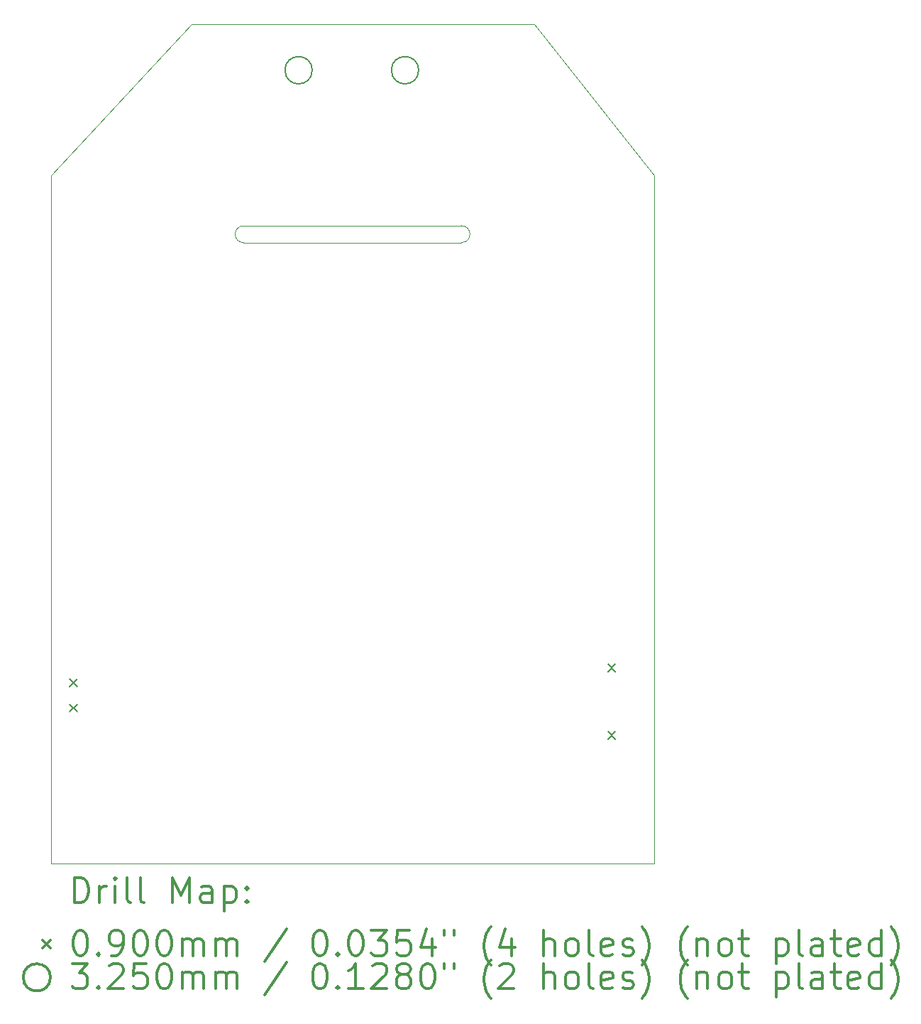
<source format=gbr>
%FSLAX45Y45*%
G04 Gerber Fmt 4.5, Leading zero omitted, Abs format (unit mm)*
G04 Created by KiCad (PCBNEW 5.1.10) date 2021-11-19 17:21:24*
%MOMM*%
%LPD*%
G01*
G04 APERTURE LIST*
%TA.AperFunction,Profile*%
%ADD10C,0.100000*%
%TD*%
%ADD11C,0.200000*%
%ADD12C,0.300000*%
G04 APERTURE END LIST*
D10*
X13300000Y-7600000D02*
G75*
G02*
X13300000Y-7400000I0J100000D01*
G01*
X15900000Y-7400000D02*
G75*
G02*
X15900000Y-7600000I0J-100000D01*
G01*
X13300000Y-7400000D02*
X15900000Y-7400000D01*
X15900000Y-7600000D02*
X13300000Y-7600000D01*
X12680000Y-5000000D02*
X11000000Y-6800000D01*
X16770000Y-5000000D02*
X18200000Y-6800000D01*
X11000000Y-15000000D02*
X18200000Y-15000000D01*
X12680000Y-5000000D02*
X16770000Y-5000000D01*
X11000000Y-15000000D02*
X11000000Y-6800000D01*
X18200000Y-6800000D02*
X18200000Y-15000000D01*
D11*
X11222000Y-12805000D02*
X11312000Y-12895000D01*
X11312000Y-12805000D02*
X11222000Y-12895000D01*
X11222000Y-13105000D02*
X11312000Y-13195000D01*
X11312000Y-13105000D02*
X11222000Y-13195000D01*
X17645000Y-12627500D02*
X17735000Y-12717500D01*
X17735000Y-12627500D02*
X17645000Y-12717500D01*
X17645000Y-13427500D02*
X17735000Y-13517500D01*
X17735000Y-13427500D02*
X17645000Y-13517500D01*
X14118500Y-5545000D02*
G75*
G03*
X14118500Y-5545000I-162500J0D01*
G01*
X15388500Y-5545000D02*
G75*
G03*
X15388500Y-5545000I-162500J0D01*
G01*
D12*
X11281428Y-15470714D02*
X11281428Y-15170714D01*
X11352857Y-15170714D01*
X11395714Y-15185000D01*
X11424286Y-15213571D01*
X11438571Y-15242143D01*
X11452857Y-15299286D01*
X11452857Y-15342143D01*
X11438571Y-15399286D01*
X11424286Y-15427857D01*
X11395714Y-15456429D01*
X11352857Y-15470714D01*
X11281428Y-15470714D01*
X11581428Y-15470714D02*
X11581428Y-15270714D01*
X11581428Y-15327857D02*
X11595714Y-15299286D01*
X11610000Y-15285000D01*
X11638571Y-15270714D01*
X11667143Y-15270714D01*
X11767143Y-15470714D02*
X11767143Y-15270714D01*
X11767143Y-15170714D02*
X11752857Y-15185000D01*
X11767143Y-15199286D01*
X11781428Y-15185000D01*
X11767143Y-15170714D01*
X11767143Y-15199286D01*
X11952857Y-15470714D02*
X11924286Y-15456429D01*
X11910000Y-15427857D01*
X11910000Y-15170714D01*
X12110000Y-15470714D02*
X12081428Y-15456429D01*
X12067143Y-15427857D01*
X12067143Y-15170714D01*
X12452857Y-15470714D02*
X12452857Y-15170714D01*
X12552857Y-15385000D01*
X12652857Y-15170714D01*
X12652857Y-15470714D01*
X12924286Y-15470714D02*
X12924286Y-15313571D01*
X12910000Y-15285000D01*
X12881428Y-15270714D01*
X12824286Y-15270714D01*
X12795714Y-15285000D01*
X12924286Y-15456429D02*
X12895714Y-15470714D01*
X12824286Y-15470714D01*
X12795714Y-15456429D01*
X12781428Y-15427857D01*
X12781428Y-15399286D01*
X12795714Y-15370714D01*
X12824286Y-15356429D01*
X12895714Y-15356429D01*
X12924286Y-15342143D01*
X13067143Y-15270714D02*
X13067143Y-15570714D01*
X13067143Y-15285000D02*
X13095714Y-15270714D01*
X13152857Y-15270714D01*
X13181428Y-15285000D01*
X13195714Y-15299286D01*
X13210000Y-15327857D01*
X13210000Y-15413571D01*
X13195714Y-15442143D01*
X13181428Y-15456429D01*
X13152857Y-15470714D01*
X13095714Y-15470714D01*
X13067143Y-15456429D01*
X13338571Y-15442143D02*
X13352857Y-15456429D01*
X13338571Y-15470714D01*
X13324286Y-15456429D01*
X13338571Y-15442143D01*
X13338571Y-15470714D01*
X13338571Y-15285000D02*
X13352857Y-15299286D01*
X13338571Y-15313571D01*
X13324286Y-15299286D01*
X13338571Y-15285000D01*
X13338571Y-15313571D01*
X10905000Y-15920000D02*
X10995000Y-16010000D01*
X10995000Y-15920000D02*
X10905000Y-16010000D01*
X11338571Y-15800714D02*
X11367143Y-15800714D01*
X11395714Y-15815000D01*
X11410000Y-15829286D01*
X11424286Y-15857857D01*
X11438571Y-15915000D01*
X11438571Y-15986429D01*
X11424286Y-16043571D01*
X11410000Y-16072143D01*
X11395714Y-16086429D01*
X11367143Y-16100714D01*
X11338571Y-16100714D01*
X11310000Y-16086429D01*
X11295714Y-16072143D01*
X11281428Y-16043571D01*
X11267143Y-15986429D01*
X11267143Y-15915000D01*
X11281428Y-15857857D01*
X11295714Y-15829286D01*
X11310000Y-15815000D01*
X11338571Y-15800714D01*
X11567143Y-16072143D02*
X11581428Y-16086429D01*
X11567143Y-16100714D01*
X11552857Y-16086429D01*
X11567143Y-16072143D01*
X11567143Y-16100714D01*
X11724286Y-16100714D02*
X11781428Y-16100714D01*
X11810000Y-16086429D01*
X11824286Y-16072143D01*
X11852857Y-16029286D01*
X11867143Y-15972143D01*
X11867143Y-15857857D01*
X11852857Y-15829286D01*
X11838571Y-15815000D01*
X11810000Y-15800714D01*
X11752857Y-15800714D01*
X11724286Y-15815000D01*
X11710000Y-15829286D01*
X11695714Y-15857857D01*
X11695714Y-15929286D01*
X11710000Y-15957857D01*
X11724286Y-15972143D01*
X11752857Y-15986429D01*
X11810000Y-15986429D01*
X11838571Y-15972143D01*
X11852857Y-15957857D01*
X11867143Y-15929286D01*
X12052857Y-15800714D02*
X12081428Y-15800714D01*
X12110000Y-15815000D01*
X12124286Y-15829286D01*
X12138571Y-15857857D01*
X12152857Y-15915000D01*
X12152857Y-15986429D01*
X12138571Y-16043571D01*
X12124286Y-16072143D01*
X12110000Y-16086429D01*
X12081428Y-16100714D01*
X12052857Y-16100714D01*
X12024286Y-16086429D01*
X12010000Y-16072143D01*
X11995714Y-16043571D01*
X11981428Y-15986429D01*
X11981428Y-15915000D01*
X11995714Y-15857857D01*
X12010000Y-15829286D01*
X12024286Y-15815000D01*
X12052857Y-15800714D01*
X12338571Y-15800714D02*
X12367143Y-15800714D01*
X12395714Y-15815000D01*
X12410000Y-15829286D01*
X12424286Y-15857857D01*
X12438571Y-15915000D01*
X12438571Y-15986429D01*
X12424286Y-16043571D01*
X12410000Y-16072143D01*
X12395714Y-16086429D01*
X12367143Y-16100714D01*
X12338571Y-16100714D01*
X12310000Y-16086429D01*
X12295714Y-16072143D01*
X12281428Y-16043571D01*
X12267143Y-15986429D01*
X12267143Y-15915000D01*
X12281428Y-15857857D01*
X12295714Y-15829286D01*
X12310000Y-15815000D01*
X12338571Y-15800714D01*
X12567143Y-16100714D02*
X12567143Y-15900714D01*
X12567143Y-15929286D02*
X12581428Y-15915000D01*
X12610000Y-15900714D01*
X12652857Y-15900714D01*
X12681428Y-15915000D01*
X12695714Y-15943571D01*
X12695714Y-16100714D01*
X12695714Y-15943571D02*
X12710000Y-15915000D01*
X12738571Y-15900714D01*
X12781428Y-15900714D01*
X12810000Y-15915000D01*
X12824286Y-15943571D01*
X12824286Y-16100714D01*
X12967143Y-16100714D02*
X12967143Y-15900714D01*
X12967143Y-15929286D02*
X12981428Y-15915000D01*
X13010000Y-15900714D01*
X13052857Y-15900714D01*
X13081428Y-15915000D01*
X13095714Y-15943571D01*
X13095714Y-16100714D01*
X13095714Y-15943571D02*
X13110000Y-15915000D01*
X13138571Y-15900714D01*
X13181428Y-15900714D01*
X13210000Y-15915000D01*
X13224286Y-15943571D01*
X13224286Y-16100714D01*
X13810000Y-15786429D02*
X13552857Y-16172143D01*
X14195714Y-15800714D02*
X14224286Y-15800714D01*
X14252857Y-15815000D01*
X14267143Y-15829286D01*
X14281428Y-15857857D01*
X14295714Y-15915000D01*
X14295714Y-15986429D01*
X14281428Y-16043571D01*
X14267143Y-16072143D01*
X14252857Y-16086429D01*
X14224286Y-16100714D01*
X14195714Y-16100714D01*
X14167143Y-16086429D01*
X14152857Y-16072143D01*
X14138571Y-16043571D01*
X14124286Y-15986429D01*
X14124286Y-15915000D01*
X14138571Y-15857857D01*
X14152857Y-15829286D01*
X14167143Y-15815000D01*
X14195714Y-15800714D01*
X14424286Y-16072143D02*
X14438571Y-16086429D01*
X14424286Y-16100714D01*
X14410000Y-16086429D01*
X14424286Y-16072143D01*
X14424286Y-16100714D01*
X14624286Y-15800714D02*
X14652857Y-15800714D01*
X14681428Y-15815000D01*
X14695714Y-15829286D01*
X14710000Y-15857857D01*
X14724286Y-15915000D01*
X14724286Y-15986429D01*
X14710000Y-16043571D01*
X14695714Y-16072143D01*
X14681428Y-16086429D01*
X14652857Y-16100714D01*
X14624286Y-16100714D01*
X14595714Y-16086429D01*
X14581428Y-16072143D01*
X14567143Y-16043571D01*
X14552857Y-15986429D01*
X14552857Y-15915000D01*
X14567143Y-15857857D01*
X14581428Y-15829286D01*
X14595714Y-15815000D01*
X14624286Y-15800714D01*
X14824286Y-15800714D02*
X15010000Y-15800714D01*
X14910000Y-15915000D01*
X14952857Y-15915000D01*
X14981428Y-15929286D01*
X14995714Y-15943571D01*
X15010000Y-15972143D01*
X15010000Y-16043571D01*
X14995714Y-16072143D01*
X14981428Y-16086429D01*
X14952857Y-16100714D01*
X14867143Y-16100714D01*
X14838571Y-16086429D01*
X14824286Y-16072143D01*
X15281428Y-15800714D02*
X15138571Y-15800714D01*
X15124286Y-15943571D01*
X15138571Y-15929286D01*
X15167143Y-15915000D01*
X15238571Y-15915000D01*
X15267143Y-15929286D01*
X15281428Y-15943571D01*
X15295714Y-15972143D01*
X15295714Y-16043571D01*
X15281428Y-16072143D01*
X15267143Y-16086429D01*
X15238571Y-16100714D01*
X15167143Y-16100714D01*
X15138571Y-16086429D01*
X15124286Y-16072143D01*
X15552857Y-15900714D02*
X15552857Y-16100714D01*
X15481428Y-15786429D02*
X15410000Y-16000714D01*
X15595714Y-16000714D01*
X15695714Y-15800714D02*
X15695714Y-15857857D01*
X15810000Y-15800714D02*
X15810000Y-15857857D01*
X16252857Y-16215000D02*
X16238571Y-16200714D01*
X16210000Y-16157857D01*
X16195714Y-16129286D01*
X16181428Y-16086429D01*
X16167143Y-16015000D01*
X16167143Y-15957857D01*
X16181428Y-15886429D01*
X16195714Y-15843571D01*
X16210000Y-15815000D01*
X16238571Y-15772143D01*
X16252857Y-15757857D01*
X16495714Y-15900714D02*
X16495714Y-16100714D01*
X16424286Y-15786429D02*
X16352857Y-16000714D01*
X16538571Y-16000714D01*
X16881428Y-16100714D02*
X16881428Y-15800714D01*
X17010000Y-16100714D02*
X17010000Y-15943571D01*
X16995714Y-15915000D01*
X16967143Y-15900714D01*
X16924286Y-15900714D01*
X16895714Y-15915000D01*
X16881428Y-15929286D01*
X17195714Y-16100714D02*
X17167143Y-16086429D01*
X17152857Y-16072143D01*
X17138571Y-16043571D01*
X17138571Y-15957857D01*
X17152857Y-15929286D01*
X17167143Y-15915000D01*
X17195714Y-15900714D01*
X17238571Y-15900714D01*
X17267143Y-15915000D01*
X17281428Y-15929286D01*
X17295714Y-15957857D01*
X17295714Y-16043571D01*
X17281428Y-16072143D01*
X17267143Y-16086429D01*
X17238571Y-16100714D01*
X17195714Y-16100714D01*
X17467143Y-16100714D02*
X17438571Y-16086429D01*
X17424286Y-16057857D01*
X17424286Y-15800714D01*
X17695714Y-16086429D02*
X17667143Y-16100714D01*
X17610000Y-16100714D01*
X17581428Y-16086429D01*
X17567143Y-16057857D01*
X17567143Y-15943571D01*
X17581428Y-15915000D01*
X17610000Y-15900714D01*
X17667143Y-15900714D01*
X17695714Y-15915000D01*
X17710000Y-15943571D01*
X17710000Y-15972143D01*
X17567143Y-16000714D01*
X17824286Y-16086429D02*
X17852857Y-16100714D01*
X17910000Y-16100714D01*
X17938571Y-16086429D01*
X17952857Y-16057857D01*
X17952857Y-16043571D01*
X17938571Y-16015000D01*
X17910000Y-16000714D01*
X17867143Y-16000714D01*
X17838571Y-15986429D01*
X17824286Y-15957857D01*
X17824286Y-15943571D01*
X17838571Y-15915000D01*
X17867143Y-15900714D01*
X17910000Y-15900714D01*
X17938571Y-15915000D01*
X18052857Y-16215000D02*
X18067143Y-16200714D01*
X18095714Y-16157857D01*
X18110000Y-16129286D01*
X18124286Y-16086429D01*
X18138571Y-16015000D01*
X18138571Y-15957857D01*
X18124286Y-15886429D01*
X18110000Y-15843571D01*
X18095714Y-15815000D01*
X18067143Y-15772143D01*
X18052857Y-15757857D01*
X18595714Y-16215000D02*
X18581428Y-16200714D01*
X18552857Y-16157857D01*
X18538571Y-16129286D01*
X18524286Y-16086429D01*
X18510000Y-16015000D01*
X18510000Y-15957857D01*
X18524286Y-15886429D01*
X18538571Y-15843571D01*
X18552857Y-15815000D01*
X18581428Y-15772143D01*
X18595714Y-15757857D01*
X18710000Y-15900714D02*
X18710000Y-16100714D01*
X18710000Y-15929286D02*
X18724286Y-15915000D01*
X18752857Y-15900714D01*
X18795714Y-15900714D01*
X18824286Y-15915000D01*
X18838571Y-15943571D01*
X18838571Y-16100714D01*
X19024286Y-16100714D02*
X18995714Y-16086429D01*
X18981428Y-16072143D01*
X18967143Y-16043571D01*
X18967143Y-15957857D01*
X18981428Y-15929286D01*
X18995714Y-15915000D01*
X19024286Y-15900714D01*
X19067143Y-15900714D01*
X19095714Y-15915000D01*
X19110000Y-15929286D01*
X19124286Y-15957857D01*
X19124286Y-16043571D01*
X19110000Y-16072143D01*
X19095714Y-16086429D01*
X19067143Y-16100714D01*
X19024286Y-16100714D01*
X19210000Y-15900714D02*
X19324286Y-15900714D01*
X19252857Y-15800714D02*
X19252857Y-16057857D01*
X19267143Y-16086429D01*
X19295714Y-16100714D01*
X19324286Y-16100714D01*
X19652857Y-15900714D02*
X19652857Y-16200714D01*
X19652857Y-15915000D02*
X19681428Y-15900714D01*
X19738571Y-15900714D01*
X19767143Y-15915000D01*
X19781428Y-15929286D01*
X19795714Y-15957857D01*
X19795714Y-16043571D01*
X19781428Y-16072143D01*
X19767143Y-16086429D01*
X19738571Y-16100714D01*
X19681428Y-16100714D01*
X19652857Y-16086429D01*
X19967143Y-16100714D02*
X19938571Y-16086429D01*
X19924286Y-16057857D01*
X19924286Y-15800714D01*
X20210000Y-16100714D02*
X20210000Y-15943571D01*
X20195714Y-15915000D01*
X20167143Y-15900714D01*
X20110000Y-15900714D01*
X20081428Y-15915000D01*
X20210000Y-16086429D02*
X20181428Y-16100714D01*
X20110000Y-16100714D01*
X20081428Y-16086429D01*
X20067143Y-16057857D01*
X20067143Y-16029286D01*
X20081428Y-16000714D01*
X20110000Y-15986429D01*
X20181428Y-15986429D01*
X20210000Y-15972143D01*
X20310000Y-15900714D02*
X20424286Y-15900714D01*
X20352857Y-15800714D02*
X20352857Y-16057857D01*
X20367143Y-16086429D01*
X20395714Y-16100714D01*
X20424286Y-16100714D01*
X20638571Y-16086429D02*
X20610000Y-16100714D01*
X20552857Y-16100714D01*
X20524286Y-16086429D01*
X20510000Y-16057857D01*
X20510000Y-15943571D01*
X20524286Y-15915000D01*
X20552857Y-15900714D01*
X20610000Y-15900714D01*
X20638571Y-15915000D01*
X20652857Y-15943571D01*
X20652857Y-15972143D01*
X20510000Y-16000714D01*
X20910000Y-16100714D02*
X20910000Y-15800714D01*
X20910000Y-16086429D02*
X20881428Y-16100714D01*
X20824286Y-16100714D01*
X20795714Y-16086429D01*
X20781428Y-16072143D01*
X20767143Y-16043571D01*
X20767143Y-15957857D01*
X20781428Y-15929286D01*
X20795714Y-15915000D01*
X20824286Y-15900714D01*
X20881428Y-15900714D01*
X20910000Y-15915000D01*
X21024286Y-16215000D02*
X21038571Y-16200714D01*
X21067143Y-16157857D01*
X21081428Y-16129286D01*
X21095714Y-16086429D01*
X21110000Y-16015000D01*
X21110000Y-15957857D01*
X21095714Y-15886429D01*
X21081428Y-15843571D01*
X21067143Y-15815000D01*
X21038571Y-15772143D01*
X21024286Y-15757857D01*
X10995000Y-16361000D02*
G75*
G03*
X10995000Y-16361000I-162500J0D01*
G01*
X11252857Y-16196714D02*
X11438571Y-16196714D01*
X11338571Y-16311000D01*
X11381428Y-16311000D01*
X11410000Y-16325286D01*
X11424286Y-16339571D01*
X11438571Y-16368143D01*
X11438571Y-16439571D01*
X11424286Y-16468143D01*
X11410000Y-16482429D01*
X11381428Y-16496714D01*
X11295714Y-16496714D01*
X11267143Y-16482429D01*
X11252857Y-16468143D01*
X11567143Y-16468143D02*
X11581428Y-16482429D01*
X11567143Y-16496714D01*
X11552857Y-16482429D01*
X11567143Y-16468143D01*
X11567143Y-16496714D01*
X11695714Y-16225286D02*
X11710000Y-16211000D01*
X11738571Y-16196714D01*
X11810000Y-16196714D01*
X11838571Y-16211000D01*
X11852857Y-16225286D01*
X11867143Y-16253857D01*
X11867143Y-16282429D01*
X11852857Y-16325286D01*
X11681428Y-16496714D01*
X11867143Y-16496714D01*
X12138571Y-16196714D02*
X11995714Y-16196714D01*
X11981428Y-16339571D01*
X11995714Y-16325286D01*
X12024286Y-16311000D01*
X12095714Y-16311000D01*
X12124286Y-16325286D01*
X12138571Y-16339571D01*
X12152857Y-16368143D01*
X12152857Y-16439571D01*
X12138571Y-16468143D01*
X12124286Y-16482429D01*
X12095714Y-16496714D01*
X12024286Y-16496714D01*
X11995714Y-16482429D01*
X11981428Y-16468143D01*
X12338571Y-16196714D02*
X12367143Y-16196714D01*
X12395714Y-16211000D01*
X12410000Y-16225286D01*
X12424286Y-16253857D01*
X12438571Y-16311000D01*
X12438571Y-16382429D01*
X12424286Y-16439571D01*
X12410000Y-16468143D01*
X12395714Y-16482429D01*
X12367143Y-16496714D01*
X12338571Y-16496714D01*
X12310000Y-16482429D01*
X12295714Y-16468143D01*
X12281428Y-16439571D01*
X12267143Y-16382429D01*
X12267143Y-16311000D01*
X12281428Y-16253857D01*
X12295714Y-16225286D01*
X12310000Y-16211000D01*
X12338571Y-16196714D01*
X12567143Y-16496714D02*
X12567143Y-16296714D01*
X12567143Y-16325286D02*
X12581428Y-16311000D01*
X12610000Y-16296714D01*
X12652857Y-16296714D01*
X12681428Y-16311000D01*
X12695714Y-16339571D01*
X12695714Y-16496714D01*
X12695714Y-16339571D02*
X12710000Y-16311000D01*
X12738571Y-16296714D01*
X12781428Y-16296714D01*
X12810000Y-16311000D01*
X12824286Y-16339571D01*
X12824286Y-16496714D01*
X12967143Y-16496714D02*
X12967143Y-16296714D01*
X12967143Y-16325286D02*
X12981428Y-16311000D01*
X13010000Y-16296714D01*
X13052857Y-16296714D01*
X13081428Y-16311000D01*
X13095714Y-16339571D01*
X13095714Y-16496714D01*
X13095714Y-16339571D02*
X13110000Y-16311000D01*
X13138571Y-16296714D01*
X13181428Y-16296714D01*
X13210000Y-16311000D01*
X13224286Y-16339571D01*
X13224286Y-16496714D01*
X13810000Y-16182429D02*
X13552857Y-16568143D01*
X14195714Y-16196714D02*
X14224286Y-16196714D01*
X14252857Y-16211000D01*
X14267143Y-16225286D01*
X14281428Y-16253857D01*
X14295714Y-16311000D01*
X14295714Y-16382429D01*
X14281428Y-16439571D01*
X14267143Y-16468143D01*
X14252857Y-16482429D01*
X14224286Y-16496714D01*
X14195714Y-16496714D01*
X14167143Y-16482429D01*
X14152857Y-16468143D01*
X14138571Y-16439571D01*
X14124286Y-16382429D01*
X14124286Y-16311000D01*
X14138571Y-16253857D01*
X14152857Y-16225286D01*
X14167143Y-16211000D01*
X14195714Y-16196714D01*
X14424286Y-16468143D02*
X14438571Y-16482429D01*
X14424286Y-16496714D01*
X14410000Y-16482429D01*
X14424286Y-16468143D01*
X14424286Y-16496714D01*
X14724286Y-16496714D02*
X14552857Y-16496714D01*
X14638571Y-16496714D02*
X14638571Y-16196714D01*
X14610000Y-16239571D01*
X14581428Y-16268143D01*
X14552857Y-16282429D01*
X14838571Y-16225286D02*
X14852857Y-16211000D01*
X14881428Y-16196714D01*
X14952857Y-16196714D01*
X14981428Y-16211000D01*
X14995714Y-16225286D01*
X15010000Y-16253857D01*
X15010000Y-16282429D01*
X14995714Y-16325286D01*
X14824286Y-16496714D01*
X15010000Y-16496714D01*
X15181428Y-16325286D02*
X15152857Y-16311000D01*
X15138571Y-16296714D01*
X15124286Y-16268143D01*
X15124286Y-16253857D01*
X15138571Y-16225286D01*
X15152857Y-16211000D01*
X15181428Y-16196714D01*
X15238571Y-16196714D01*
X15267143Y-16211000D01*
X15281428Y-16225286D01*
X15295714Y-16253857D01*
X15295714Y-16268143D01*
X15281428Y-16296714D01*
X15267143Y-16311000D01*
X15238571Y-16325286D01*
X15181428Y-16325286D01*
X15152857Y-16339571D01*
X15138571Y-16353857D01*
X15124286Y-16382429D01*
X15124286Y-16439571D01*
X15138571Y-16468143D01*
X15152857Y-16482429D01*
X15181428Y-16496714D01*
X15238571Y-16496714D01*
X15267143Y-16482429D01*
X15281428Y-16468143D01*
X15295714Y-16439571D01*
X15295714Y-16382429D01*
X15281428Y-16353857D01*
X15267143Y-16339571D01*
X15238571Y-16325286D01*
X15481428Y-16196714D02*
X15510000Y-16196714D01*
X15538571Y-16211000D01*
X15552857Y-16225286D01*
X15567143Y-16253857D01*
X15581428Y-16311000D01*
X15581428Y-16382429D01*
X15567143Y-16439571D01*
X15552857Y-16468143D01*
X15538571Y-16482429D01*
X15510000Y-16496714D01*
X15481428Y-16496714D01*
X15452857Y-16482429D01*
X15438571Y-16468143D01*
X15424286Y-16439571D01*
X15410000Y-16382429D01*
X15410000Y-16311000D01*
X15424286Y-16253857D01*
X15438571Y-16225286D01*
X15452857Y-16211000D01*
X15481428Y-16196714D01*
X15695714Y-16196714D02*
X15695714Y-16253857D01*
X15810000Y-16196714D02*
X15810000Y-16253857D01*
X16252857Y-16611000D02*
X16238571Y-16596714D01*
X16210000Y-16553857D01*
X16195714Y-16525286D01*
X16181428Y-16482429D01*
X16167143Y-16411000D01*
X16167143Y-16353857D01*
X16181428Y-16282429D01*
X16195714Y-16239571D01*
X16210000Y-16211000D01*
X16238571Y-16168143D01*
X16252857Y-16153857D01*
X16352857Y-16225286D02*
X16367143Y-16211000D01*
X16395714Y-16196714D01*
X16467143Y-16196714D01*
X16495714Y-16211000D01*
X16510000Y-16225286D01*
X16524286Y-16253857D01*
X16524286Y-16282429D01*
X16510000Y-16325286D01*
X16338571Y-16496714D01*
X16524286Y-16496714D01*
X16881428Y-16496714D02*
X16881428Y-16196714D01*
X17010000Y-16496714D02*
X17010000Y-16339571D01*
X16995714Y-16311000D01*
X16967143Y-16296714D01*
X16924286Y-16296714D01*
X16895714Y-16311000D01*
X16881428Y-16325286D01*
X17195714Y-16496714D02*
X17167143Y-16482429D01*
X17152857Y-16468143D01*
X17138571Y-16439571D01*
X17138571Y-16353857D01*
X17152857Y-16325286D01*
X17167143Y-16311000D01*
X17195714Y-16296714D01*
X17238571Y-16296714D01*
X17267143Y-16311000D01*
X17281428Y-16325286D01*
X17295714Y-16353857D01*
X17295714Y-16439571D01*
X17281428Y-16468143D01*
X17267143Y-16482429D01*
X17238571Y-16496714D01*
X17195714Y-16496714D01*
X17467143Y-16496714D02*
X17438571Y-16482429D01*
X17424286Y-16453857D01*
X17424286Y-16196714D01*
X17695714Y-16482429D02*
X17667143Y-16496714D01*
X17610000Y-16496714D01*
X17581428Y-16482429D01*
X17567143Y-16453857D01*
X17567143Y-16339571D01*
X17581428Y-16311000D01*
X17610000Y-16296714D01*
X17667143Y-16296714D01*
X17695714Y-16311000D01*
X17710000Y-16339571D01*
X17710000Y-16368143D01*
X17567143Y-16396714D01*
X17824286Y-16482429D02*
X17852857Y-16496714D01*
X17910000Y-16496714D01*
X17938571Y-16482429D01*
X17952857Y-16453857D01*
X17952857Y-16439571D01*
X17938571Y-16411000D01*
X17910000Y-16396714D01*
X17867143Y-16396714D01*
X17838571Y-16382429D01*
X17824286Y-16353857D01*
X17824286Y-16339571D01*
X17838571Y-16311000D01*
X17867143Y-16296714D01*
X17910000Y-16296714D01*
X17938571Y-16311000D01*
X18052857Y-16611000D02*
X18067143Y-16596714D01*
X18095714Y-16553857D01*
X18110000Y-16525286D01*
X18124286Y-16482429D01*
X18138571Y-16411000D01*
X18138571Y-16353857D01*
X18124286Y-16282429D01*
X18110000Y-16239571D01*
X18095714Y-16211000D01*
X18067143Y-16168143D01*
X18052857Y-16153857D01*
X18595714Y-16611000D02*
X18581428Y-16596714D01*
X18552857Y-16553857D01*
X18538571Y-16525286D01*
X18524286Y-16482429D01*
X18510000Y-16411000D01*
X18510000Y-16353857D01*
X18524286Y-16282429D01*
X18538571Y-16239571D01*
X18552857Y-16211000D01*
X18581428Y-16168143D01*
X18595714Y-16153857D01*
X18710000Y-16296714D02*
X18710000Y-16496714D01*
X18710000Y-16325286D02*
X18724286Y-16311000D01*
X18752857Y-16296714D01*
X18795714Y-16296714D01*
X18824286Y-16311000D01*
X18838571Y-16339571D01*
X18838571Y-16496714D01*
X19024286Y-16496714D02*
X18995714Y-16482429D01*
X18981428Y-16468143D01*
X18967143Y-16439571D01*
X18967143Y-16353857D01*
X18981428Y-16325286D01*
X18995714Y-16311000D01*
X19024286Y-16296714D01*
X19067143Y-16296714D01*
X19095714Y-16311000D01*
X19110000Y-16325286D01*
X19124286Y-16353857D01*
X19124286Y-16439571D01*
X19110000Y-16468143D01*
X19095714Y-16482429D01*
X19067143Y-16496714D01*
X19024286Y-16496714D01*
X19210000Y-16296714D02*
X19324286Y-16296714D01*
X19252857Y-16196714D02*
X19252857Y-16453857D01*
X19267143Y-16482429D01*
X19295714Y-16496714D01*
X19324286Y-16496714D01*
X19652857Y-16296714D02*
X19652857Y-16596714D01*
X19652857Y-16311000D02*
X19681428Y-16296714D01*
X19738571Y-16296714D01*
X19767143Y-16311000D01*
X19781428Y-16325286D01*
X19795714Y-16353857D01*
X19795714Y-16439571D01*
X19781428Y-16468143D01*
X19767143Y-16482429D01*
X19738571Y-16496714D01*
X19681428Y-16496714D01*
X19652857Y-16482429D01*
X19967143Y-16496714D02*
X19938571Y-16482429D01*
X19924286Y-16453857D01*
X19924286Y-16196714D01*
X20210000Y-16496714D02*
X20210000Y-16339571D01*
X20195714Y-16311000D01*
X20167143Y-16296714D01*
X20110000Y-16296714D01*
X20081428Y-16311000D01*
X20210000Y-16482429D02*
X20181428Y-16496714D01*
X20110000Y-16496714D01*
X20081428Y-16482429D01*
X20067143Y-16453857D01*
X20067143Y-16425286D01*
X20081428Y-16396714D01*
X20110000Y-16382429D01*
X20181428Y-16382429D01*
X20210000Y-16368143D01*
X20310000Y-16296714D02*
X20424286Y-16296714D01*
X20352857Y-16196714D02*
X20352857Y-16453857D01*
X20367143Y-16482429D01*
X20395714Y-16496714D01*
X20424286Y-16496714D01*
X20638571Y-16482429D02*
X20610000Y-16496714D01*
X20552857Y-16496714D01*
X20524286Y-16482429D01*
X20510000Y-16453857D01*
X20510000Y-16339571D01*
X20524286Y-16311000D01*
X20552857Y-16296714D01*
X20610000Y-16296714D01*
X20638571Y-16311000D01*
X20652857Y-16339571D01*
X20652857Y-16368143D01*
X20510000Y-16396714D01*
X20910000Y-16496714D02*
X20910000Y-16196714D01*
X20910000Y-16482429D02*
X20881428Y-16496714D01*
X20824286Y-16496714D01*
X20795714Y-16482429D01*
X20781428Y-16468143D01*
X20767143Y-16439571D01*
X20767143Y-16353857D01*
X20781428Y-16325286D01*
X20795714Y-16311000D01*
X20824286Y-16296714D01*
X20881428Y-16296714D01*
X20910000Y-16311000D01*
X21024286Y-16611000D02*
X21038571Y-16596714D01*
X21067143Y-16553857D01*
X21081428Y-16525286D01*
X21095714Y-16482429D01*
X21110000Y-16411000D01*
X21110000Y-16353857D01*
X21095714Y-16282429D01*
X21081428Y-16239571D01*
X21067143Y-16211000D01*
X21038571Y-16168143D01*
X21024286Y-16153857D01*
M02*

</source>
